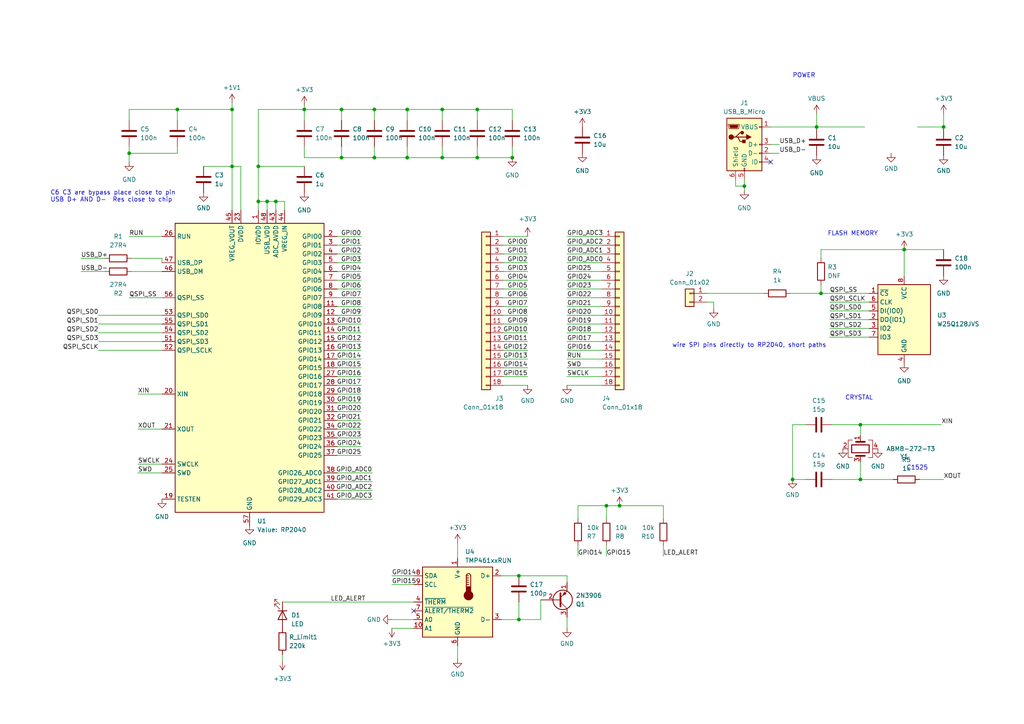
<source format=kicad_sch>
(kicad_sch (version 20230121) (generator eeschema)
  (paper "A4")
  (lib_symbols
    (symbol "Connector:USB_B_Micro" (pin_names (offset 1.016))
      (property "Reference" "J" (at -5.08 11.43 0))
      (property "Value" "USB_B_Micro" (at -5.08 8.89 0))
      (symbol "USB_B_Micro_0_1"
        (rectangle (start -5.08 -7.62) (end 5.08 7.62) (stroke (width 0.254)) (fill (type background)))
        (circle (center -3.81 2.159) (radius 0.635) (stroke (width 0.254)) (fill (type outline)))
        (circle (center -0.635 3.429) (radius 0.381) (stroke (width 0.254)) (fill (type outline)))
        (rectangle (start -0.127 -7.62) (end 0.127 -6.858))
        (polyline (pts (xy -1.905 2.159) (xy 0.635 2.159)) (stroke (width 0.254)))
        (polyline (pts (xy -3.175 2.159) (xy -2.54 2.159) (xy -1.27 3.429) (xy -0.635 3.429)) (stroke (width 0.254)))
        (polyline (pts (xy -2.54 2.159) (xy -1.905 2.159) (xy -1.27 0.889) (xy 0 0.889)) (stroke (width 0.254)))
        (polyline (pts (xy 0.635 2.794) (xy 0.635 1.524) (xy 1.905 2.159) (xy 0.635 2.794)) (stroke (width 0.254)) (fill (type outline)))
        (polyline (pts (xy -4.318 5.588) (xy -1.778 5.588) (xy -2.032 4.826) (xy -4.064 4.826) (xy -4.318 5.588)) (fill (type outline)))
        (polyline (pts (xy -4.699 5.842) (xy -4.699 5.588) (xy -4.445 4.826) (xy -4.445 4.572) (xy -1.651 4.572) (xy -1.651 4.826) (xy -1.397 5.588) (xy -1.397 5.842) (xy -4.699 5.842)))
        (rectangle (start 0.254 1.27) (end -0.508 0.508) (stroke (width 0.254)) (fill (type outline)))
        (rectangle (start 5.08 -5.207) (end 4.318 -4.953))
        (rectangle (start 5.08 -2.667) (end 4.318 -2.413))
        (rectangle (start 5.08 -0.127) (end 4.318 0.127))
        (rectangle (start 5.08 4.953) (end 4.318 5.207))
      )
      (symbol "USB_B_Micro_1_1"
        (pin power_out line (at 7.62 5.08 180) (length 2.54) (name "VBUS") (number "1"))
        (pin bidirectional line (at 7.62 -2.54 180) (length 2.54) (name "D-") (number "2"))
        (pin bidirectional line (at 7.62 0 180) (length 2.54) (name "D+") (number "3"))
        (pin passive line (at 7.62 -5.08 180) (length 2.54) (name "ID") (number "4"))
        (pin power_out line (at 0 -10.16 90) (length 2.54) (name "GND") (number "5"))
        (pin passive line (at -2.54 -10.16 90) (length 2.54) (name "Shield") (number "6"))
      )
    )
    (symbol "Connector_Generic:Conn_01x02" (pin_names (offset 1.016) hide)
      (property "Reference" "J" (at 0 2.54 0))
      (property "Value" "Conn_01x02" (at 0 -5.08 0))
      (symbol "Conn_01x02_1_1"
        (rectangle (start -1.27 -2.413) (end 0 -2.667) (stroke (width 0.1524)))
        (rectangle (start -1.27 0.127) (end 0 -0.127) (stroke (width 0.1524)))
        (rectangle (start -1.27 1.27) (end 1.27 -3.81) (stroke (width 0.254)) (fill (type background)))
        (pin passive line (at -5.08 0 0) (length 3.81) (name "Pin_1") (number "1"))
        (pin passive line (at -5.08 -2.54 0) (length 3.81) (name "Pin_2") (number "2"))
      )
    )
    (symbol "Connector_Generic:Conn_01x18" (pin_names (offset 1.016) hide)
      (property "Reference" "J" (at 0 22.86 0))
      (property "Value" "Conn_01x18" (at 0 -25.4 0))
      (symbol "Conn_01x18_1_1"
        (rectangle (start -1.27 -22.733) (end 0 -22.987) (stroke (width 0.1524)))
        (rectangle (start -1.27 -20.193) (end 0 -20.447) (stroke (width 0.1524)))
        (rectangle (start -1.27 -17.653) (end 0 -17.907) (stroke (width 0.1524)))
        (rectangle (start -1.27 -15.113) (end 0 -15.367) (stroke (width 0.1524)))
        (rectangle (start -1.27 -12.573) (end 0 -12.827) (stroke (width 0.1524)))
        (rectangle (start -1.27 -10.033) (end 0 -10.287) (stroke (width 0.1524)))
        (rectangle (start -1.27 -7.493) (end 0 -7.747) (stroke (width 0.1524)))
        (rectangle (start -1.27 -4.953) (end 0 -5.207) (stroke (width 0.1524)))
        (rectangle (start -1.27 -2.413) (end 0 -2.667) (stroke (width 0.1524)))
        (rectangle (start -1.27 0.127) (end 0 -0.127) (stroke (width 0.1524)))
        (rectangle (start -1.27 2.667) (end 0 2.413) (stroke (width 0.1524)))
        (rectangle (start -1.27 5.207) (end 0 4.953) (stroke (width 0.1524)))
        (rectangle (start -1.27 7.747) (end 0 7.493) (stroke (width 0.1524)))
        (rectangle (start -1.27 10.287) (end 0 10.033) (stroke (width 0.1524)))
        (rectangle (start -1.27 12.827) (end 0 12.573) (stroke (width 0.1524)))
        (rectangle (start -1.27 15.367) (end 0 15.113) (stroke (width 0.1524)))
        (rectangle (start -1.27 17.907) (end 0 17.653) (stroke (width 0.1524)))
        (rectangle (start -1.27 20.447) (end 0 20.193) (stroke (width 0.1524)))
        (rectangle (start -1.27 21.59) (end 1.27 -24.13) (stroke (width 0.254)) (fill (type background)))
        (pin passive line (at -5.08 20.32 0) (length 3.81) (name "Pin_1") (number "1"))
        (pin passive line (at -5.08 -2.54 0) (length 3.81) (name "Pin_10") (number "10"))
        (pin passive line (at -5.08 -5.08 0) (length 3.81) (name "Pin_11") (number "11"))
        (pin passive line (at -5.08 -7.62 0) (length 3.81) (name "Pin_12") (number "12"))
        (pin passive line (at -5.08 -10.16 0) (length 3.81) (name "Pin_13") (number "13"))
        (pin passive line (at -5.08 -12.7 0) (length 3.81) (name "Pin_14") (number "14"))
        (pin passive line (at -5.08 -15.24 0) (length 3.81) (name "Pin_15") (number "15"))
        (pin passive line (at -5.08 -17.78 0) (length 3.81) (name "Pin_16") (number "16"))
        (pin passive line (at -5.08 -20.32 0) (length 3.81) (name "Pin_17") (number "17"))
        (pin passive line (at -5.08 -22.86 0) (length 3.81) (name "Pin_18") (number "18"))
        (pin passive line (at -5.08 17.78 0) (length 3.81) (name "Pin_2") (number "2"))
        (pin passive line (at -5.08 15.24 0) (length 3.81) (name "Pin_3") (number "3"))
        (pin passive line (at -5.08 12.7 0) (length 3.81) (name "Pin_4") (number "4"))
        (pin passive line (at -5.08 10.16 0) (length 3.81) (name "Pin_5") (number "5"))
        (pin passive line (at -5.08 7.62 0) (length 3.81) (name "Pin_6") (number "6"))
        (pin passive line (at -5.08 5.08 0) (length 3.81) (name "Pin_7") (number "7"))
        (pin passive line (at -5.08 2.54 0) (length 3.81) (name "Pin_8") (number "8"))
        (pin passive line (at -5.08 0 0) (length 3.81) (name "Pin_9") (number "9"))
      )
    )
    (symbol "Device:C" (pin_numbers hide) (pin_names (offset 0.254))
      (property "Reference" "C" (at 0.635 2.54 0))
      (property "Value" "C" (at 0.635 -2.54 0))
      (symbol "C_0_1"
        (polyline (pts (xy -2.032 -0.762) (xy 2.032 -0.762)) (stroke (width 0.508)))
        (polyline (pts (xy -2.032 0.762) (xy 2.032 0.762)) (stroke (width 0.508)))
      )
      (symbol "C_1_1"
        (pin passive line (at 0 3.81 270) (length 2.794) (name "~") (number "1"))
        (pin passive line (at 0 -3.81 90) (length 2.794) (name "~") (number "2"))
      )
    )
    (symbol "Device:Crystal_GND24" (pin_names (offset 1.016) hide)
      (property "Reference" "Y" (at 3.175 5.08 0))
      (property "Value" "Crystal_GND24" (at 3.175 3.175 0))
      (symbol "Crystal_GND24_0_1"
        (rectangle (start -1.143 2.54) (end 1.143 -2.54) (stroke (width 0.3048)))
        (polyline (pts (xy -2.54 0) (xy -2.032 0)))
        (polyline (pts (xy -2.032 -1.27) (xy -2.032 1.27)) (stroke (width 0.508)))
        (polyline (pts (xy 0 -3.81) (xy 0 -3.556)))
        (polyline (pts (xy 0 3.556) (xy 0 3.81)))
        (polyline (pts (xy 2.032 -1.27) (xy 2.032 1.27)) (stroke (width 0.508)))
        (polyline (pts (xy 2.032 0) (xy 2.54 0)))
        (polyline (pts (xy -2.54 -2.286) (xy -2.54 -3.556) (xy 2.54 -3.556) (xy 2.54 -2.286)))
        (polyline (pts (xy -2.54 2.286) (xy -2.54 3.556) (xy 2.54 3.556) (xy 2.54 2.286)))
      )
      (symbol "Crystal_GND24_1_1"
        (pin passive line (at -3.81 0 0) (length 1.27) (name "1") (number "1"))
        (pin passive line (at 0 5.08 270) (length 1.27) (name "2") (number "2"))
        (pin passive line (at 3.81 0 180) (length 1.27) (name "3") (number "3"))
        (pin passive line (at 0 -5.08 90) (length 1.27) (name "4") (number "4"))
      )
    )
    (symbol "Device:LED" (pin_numbers hide) (pin_names (offset 1.016) hide)
      (property "Reference" "D" (at 0 2.54 0))
      (property "Value" "LED" (at 0 -2.54 0))
      (symbol "LED_0_1"
        (polyline (pts (xy -1.27 -1.27) (xy -1.27 1.27)) (stroke (width 0.254)))
        (polyline (pts (xy -1.27 0) (xy 1.27 0)))
        (polyline (pts (xy 1.27 -1.27) (xy 1.27 1.27) (xy -1.27 0) (xy 1.27 -1.27)) (stroke (width 0.254)))
        (polyline (pts (xy -3.048 -0.762) (xy -4.572 -2.286) (xy -3.81 -2.286) (xy -4.572 -2.286) (xy -4.572 -1.524)))
        (polyline (pts (xy -1.778 -0.762) (xy -3.302 -2.286) (xy -2.54 -2.286) (xy -3.302 -2.286) (xy -3.302 -1.524)))
      )
      (symbol "LED_1_1"
        (pin passive line (at -3.81 0 0) (length 2.54) (name "K") (number "1"))
        (pin passive line (at 3.81 0 180) (length 2.54) (name "A") (number "2"))
      )
    )
    (symbol "Device:R" (pin_numbers hide) (pin_names (offset 0))
      (property "Reference" "R" (at 2.032 0 90))
      (property "Value" "R" (at 0 0 90))
      (symbol "R_0_1"
        (rectangle (start -1.016 -2.54) (end 1.016 2.54) (stroke (width 0.254)))
      )
      (symbol "R_1_1"
        (pin passive line (at 0 3.81 270) (length 1.27) (name "~") (number "1"))
        (pin passive line (at 0 -3.81 90) (length 1.27) (name "~") (number "2"))
      )
    )
    (symbol "MCU_RaspberryPi:RP2040"
      (property "Reference" "U" (at 17.78 45.72 0))
      (property "Value" "RP2040" (at 17.78 43.18 0))
      (symbol "RP2040_0_1"
        (rectangle (start -21.59 41.91) (end 21.59 -41.91) (stroke (width 0.254)) (fill (type background)))
      )
      (symbol "RP2040_1_1"
        (pin power_in line (at 2.54 45.72 270) (length 3.81) (name "IOVDD") (number "1"))
        (pin passive line (at 2.54 45.72 270) (length 3.81) hide (name "IOVDD") (number "10"))
        (pin bidirectional line (at 25.4 17.78 180) (length 3.81) (name "GPIO8") (number "11"))
        (pin bidirectional line (at 25.4 15.24 180) (length 3.81) (name "GPIO9") (number "12"))
        (pin bidirectional line (at 25.4 12.7 180) (length 3.81) (name "GPIO10") (number "13"))
        (pin bidirectional line (at 25.4 10.16 180) (length 3.81) (name "GPIO11") (number "14"))
        (pin bidirectional line (at 25.4 7.62 180) (length 3.81) (name "GPIO12") (number "15"))
        (pin bidirectional line (at 25.4 5.08 180) (length 3.81) (name "GPIO13") (number "16"))
        (pin bidirectional line (at 25.4 2.54 180) (length 3.81) (name "GPIO14") (number "17"))
        (pin bidirectional line (at 25.4 0 180) (length 3.81) (name "GPIO15") (number "18"))
        (pin input line (at -25.4 -38.1 0) (length 3.81) (name "TESTEN") (number "19"))
        (pin bidirectional line (at 25.4 38.1 180) (length 3.81) (name "GPIO0") (number "2"))
        (pin input line (at -25.4 -7.62 0) (length 3.81) (name "XIN") (number "20"))
        (pin passive line (at -25.4 -17.78 0) (length 3.81) (name "XOUT") (number "21"))
        (pin passive line (at 2.54 45.72 270) (length 3.81) hide (name "IOVDD") (number "22"))
        (pin power_in line (at -2.54 45.72 270) (length 3.81) (name "DVDD") (number "23"))
        (pin input line (at -25.4 -27.94 0) (length 3.81) (name "SWCLK") (number "24"))
        (pin bidirectional line (at -25.4 -30.48 0) (length 3.81) (name "SWD") (number "25"))
        (pin input line (at -25.4 38.1 0) (length 3.81) (name "RUN") (number "26"))
        (pin bidirectional line (at 25.4 -2.54 180) (length 3.81) (name "GPIO16") (number "27"))
        (pin bidirectional line (at 25.4 -5.08 180) (length 3.81) (name "GPIO17") (number "28"))
        (pin bidirectional line (at 25.4 -7.62 180) (length 3.81) (name "GPIO18") (number "29"))
        (pin bidirectional line (at 25.4 35.56 180) (length 3.81) (name "GPIO1") (number "3"))
        (pin bidirectional line (at 25.4 -10.16 180) (length 3.81) (name "GPIO19") (number "30"))
        (pin bidirectional line (at 25.4 -12.7 180) (length 3.81) (name "GPIO20") (number "31"))
        (pin bidirectional line (at 25.4 -15.24 180) (length 3.81) (name "GPIO21") (number "32"))
        (pin passive line (at 2.54 45.72 270) (length 3.81) hide (name "IOVDD") (number "33"))
        (pin bidirectional line (at 25.4 -17.78 180) (length 3.81) (name "GPIO22") (number "34"))
        (pin bidirectional line (at 25.4 -20.32 180) (length 3.81) (name "GPIO23") (number "35"))
        (pin bidirectional line (at 25.4 -22.86 180) (length 3.81) (name "GPIO24") (number "36"))
        (pin bidirectional line (at 25.4 -25.4 180) (length 3.81) (name "GPIO25") (number "37"))
        (pin bidirectional line (at 25.4 -30.48 180) (length 3.81) (name "GPIO26_ADC0") (number "38"))
        (pin bidirectional line (at 25.4 -33.02 180) (length 3.81) (name "GPIO27_ADC1") (number "39"))
        (pin bidirectional line (at 25.4 33.02 180) (length 3.81) (name "GPIO2") (number "4"))
        (pin bidirectional line (at 25.4 -35.56 180) (length 3.81) (name "GPIO28_ADC2") (number "40"))
        (pin bidirectional line (at 25.4 -38.1 180) (length 3.81) (name "GPIO29_ADC3") (number "41"))
        (pin passive line (at 2.54 45.72 270) (length 3.81) hide (name "IOVDD") (number "42"))
        (pin power_in line (at 7.62 45.72 270) (length 3.81) (name "ADC_AVDD") (number "43"))
        (pin power_in line (at 10.16 45.72 270) (length 3.81) (name "VREG_IN") (number "44"))
        (pin power_out line (at -5.08 45.72 270) (length 3.81) (name "VREG_VOUT") (number "45"))
        (pin bidirectional line (at -25.4 27.94 0) (length 3.81) (name "USB_DM") (number "46"))
        (pin bidirectional line (at -25.4 30.48 0) (length 3.81) (name "USB_DP") (number "47"))
        (pin power_in line (at 5.08 45.72 270) (length 3.81) (name "USB_VDD") (number "48"))
        (pin passive line (at 2.54 45.72 270) (length 3.81) hide (name "IOVDD") (number "49"))
        (pin bidirectional line (at 25.4 30.48 180) (length 3.81) (name "GPIO3") (number "5"))
        (pin passive line (at -2.54 45.72 270) (length 3.81) hide (name "DVDD") (number "50"))
        (pin bidirectional line (at -25.4 7.62 0) (length 3.81) (name "QSPI_SD3") (number "51"))
        (pin output line (at -25.4 5.08 0) (length 3.81) (name "QSPI_SCLK") (number "52"))
        (pin bidirectional line (at -25.4 15.24 0) (length 3.81) (name "QSPI_SD0") (number "53"))
        (pin bidirectional line (at -25.4 10.16 0) (length 3.81) (name "QSPI_SD2") (number "54"))
        (pin bidirectional line (at -25.4 12.7 0) (length 3.81) (name "QSPI_SD1") (number "55"))
        (pin bidirectional line (at -25.4 20.32 0) (length 3.81) (name "QSPI_SS") (number "56"))
        (pin power_in line (at 0 -45.72 90) (length 3.81) (name "GND") (number "57"))
        (pin bidirectional line (at 25.4 27.94 180) (length 3.81) (name "GPIO4") (number "6"))
        (pin bidirectional line (at 25.4 25.4 180) (length 3.81) (name "GPIO5") (number "7"))
        (pin bidirectional line (at 25.4 22.86 180) (length 3.81) (name "GPIO6") (number "8"))
        (pin bidirectional line (at 25.4 20.32 180) (length 3.81) (name "GPIO7") (number "9"))
      )
    )
    (symbol "Mechanical:MountingHole" (pin_names (offset 1.016))
      (property "Reference" "H" (at 0 5.08 0))
      (property "Value" "MountingHole" (at 0 3.175 0))
      (symbol "MountingHole_0_1"
        (circle (center 0 0) (radius 1.27) (stroke (width 1.27)))
      )
    )
    (symbol "Memory_Flash:W25Q128JVS"
      (property "Reference" "U" (at -8.89 8.89 0))
      (property "Value" "W25Q128JVS" (at 7.62 8.89 0))
      (symbol "W25Q128JVS_0_1"
        (rectangle (start -7.62 10.16) (end 7.62 -10.16) (stroke (width 0.254)) (fill (type background)))
      )
      (symbol "W25Q128JVS_1_1"
        (pin input line (at -10.16 7.62 0) (length 2.54) (name "~{CS}") (number "1"))
        (pin bidirectional line (at -10.16 0 0) (length 2.54) (name "DO(IO1)") (number "2"))
        (pin bidirectional line (at -10.16 -2.54 0) (length 2.54) (name "IO2") (number "3"))
        (pin power_in line (at 0 -12.7 90) (length 2.54) (name "GND") (number "4"))
        (pin bidirectional line (at -10.16 2.54 0) (length 2.54) (name "DI(IO0)") (number "5"))
        (pin input line (at -10.16 5.08 0) (length 2.54) (name "CLK") (number "6"))
        (pin bidirectional line (at -10.16 -5.08 0) (length 2.54) (name "IO3") (number "7"))
        (pin power_in line (at 0 12.7 270) (length 2.54) (name "VCC") (number "8"))
      )
    )
    (symbol "Regulator_Linear:NCP1117-3.3_SOT223"
      (property "Reference" "U" (at -3.81 3.175 0))
      (property "Value" "NCP1117-3.3_SOT223" (at 0 3.175 0))
      (symbol "NCP1117-3.3_SOT223_0_1"
        (rectangle (start -5.08 -5.08) (end 5.08 1.905) (stroke (width 0.254)) (fill (type background)))
      )
      (symbol "NCP1117-3.3_SOT223_1_1"
        (pin power_in line (at 0 -7.62 90) (length 2.54) (name "GND") (number "1"))
        (pin power_out line (at 7.62 0 180) (length 2.54) (name "VO") (number "2"))
        (pin power_in line (at -7.62 0 0) (length 2.54) (name "VI") (number "3"))
      )
    )
    (symbol "Sensor_Temperature:TMP461xxRUN"
      (property "Reference" "U" (at -10.16 11.43 0))
      (property "Value" "TMP461xxRUN" (at 2.54 11.43 0))
      (symbol "TMP461xxRUN_0_1"
        (rectangle (start -10.16 10.16) (end 10.16 -10.16) (stroke (width 0.254)) (fill (type background)))
      )
      (symbol "TMP461xxRUN_1_1"
        (polyline (pts (xy 2.54 5.08) (xy 3.175 5.08)) (stroke (width 0.254)))
        (polyline (pts (xy 2.54 5.715) (xy 3.175 5.715)) (stroke (width 0.254)))
        (polyline (pts (xy 2.54 6.35) (xy 3.175 6.35)) (stroke (width 0.254)))
        (polyline (pts (xy 2.54 6.985) (xy 3.175 6.985)) (stroke (width 0.254)))
        (polyline (pts (xy 2.54 7.62) (xy 2.54 4.445)) (stroke (width 0.254)))
        (polyline (pts (xy 2.54 7.62) (xy 3.175 7.62)) (stroke (width 0.254)))
        (polyline (pts (xy 3.81 7.62) (xy 3.81 4.445)) (stroke (width 0.254)))
        (circle (center 3.175 1.905) (radius 1.27) (stroke (width 0.254)) (fill (type outline)))
        (rectangle (start 3.81 2.54) (end 2.54 4.445) (stroke (width 0.254)) (fill (type outline)))
        (arc (start 3.81 7.62) (mid 3.175 8.2523) (end 2.54 7.62) (stroke (width 0.254)))
        (pin power_in line (at 0 12.7 270) (length 2.54) (name "V+") (number "1"))
        (pin passive line (at -12.7 -7.62 0) (length 2.54) (name "A1") (number "10"))
        (pin passive line (at 12.7 7.62 180) (length 2.54) (name "D+") (number "2"))
        (pin passive line (at 12.7 -5.08 180) (length 2.54) (name "D-") (number "3"))
        (pin open_collector line (at -12.7 0 0) (length 2.54) (name "~{THERM}") (number "4"))
        (pin passive line (at -12.7 -5.08 0) (length 2.54) (name "A0") (number "5"))
        (pin power_in line (at 0 -12.7 90) (length 2.54) (name "GND") (number "6"))
        (pin open_collector line (at -12.7 -2.54 0) (length 2.54) (name "~{ALERT/THERM2}") (number "7"))
        (pin bidirectional line (at -12.7 7.62 0) (length 2.54) (name "SDA") (number "8"))
        (pin input line (at -12.7 5.08 0) (length 2.54) (name "SCL") (number "9"))
      )
    )
    (symbol "Transistor_BJT:2N3906" (pin_names (offset 0) hide)
      (property "Reference" "Q" (at 5.08 1.905 0))
      (property "Value" "2N3906" (at 5.08 0 0))
      (symbol "2N3906_0_1"
        (polyline (pts (xy 0.635 0.635) (xy 2.54 2.54)))
        (polyline (pts (xy 0.635 -0.635) (xy 2.54 -2.54) (xy 2.54 -2.54)))
        (polyline (pts (xy 0.635 1.905) (xy 0.635 -1.905) (xy 0.635 -1.905)) (stroke (width 0.508)))
        (polyline (pts (xy 2.286 -1.778) (xy 1.778 -2.286) (xy 1.27 -1.27) (xy 2.286 -1.778) (xy 2.286 -1.778)) (fill (type outline)))
        (circle (center 1.27 0) (radius 2.8194) (stroke (width 0.254)))
      )
      (symbol "2N3906_1_1"
        (pin passive line (at 2.54 -5.08 90) (length 2.54) (name "E") (number "1"))
        (pin input line (at -5.08 0 0) (length 5.715) (name "B") (number "2"))
        (pin passive line (at 2.54 5.08 270) (length 2.54) (name "C") (number "3"))
      )
    )
    (symbol "power:+1V1" (power) (pin_names (offset 0))
      (property "Value" "+1V1" (at 0 3.556 0))
      (symbol "+1V1_0_1"
        (polyline (pts (xy -0.762 1.27) (xy 0 2.54)))
        (polyline (pts (xy 0 0) (xy 0 2.54)))
        (polyline (pts (xy 0 2.54) (xy 0.762 1.27)))
      )
      (symbol "+1V1_1_1"
        (pin power_in line (at 0 0 90) (length 0) hide (name "+1V1") (number "1"))
      )
    )
    (symbol "power:+3V3" (power) (pin_names (offset 0))
      (property "Value" "+3V3" (at 0 3.556 0))
      (symbol "+3V3_0_1"
        (polyline (pts (xy -0.762 1.27) (xy 0 2.54)))
        (polyline (pts (xy 0 0) (xy 0 2.54)))
        (polyline (pts (xy 0 2.54) (xy 0.762 1.27)))
      )
      (symbol "+3V3_1_1"
        (pin power_in line (at 0 0 90) (length 0) hide (name "+3V3") (number "1"))
      )
    )
    (symbol "power:GND" (power) (pin_names (offset 0))
      (property "Value" "GND" (at 0 -3.81 0))
      (symbol "GND_0_1"
        (polyline (pts (xy 0 0) (xy 0 -1.27) (xy 1.27 -1.27) (xy 0 -2.54) (xy -1.27 -1.27) (xy 0 -1.27)))
      )
      (symbol "GND_1_1"
        (pin power_in line (at 0 0 270) (length 0) hide (name "GND") (number "1"))
      )
    )
    (symbol "power:VBUS" (power) (pin_names (offset 0))
      (property "Value" "VBUS" (at 0 3.81 0))
      (symbol "VBUS_0_1"
        (polyline (pts (xy -0.762 1.27) (xy 0 2.54)))
        (polyline (pts (xy 0 0) (xy 0 2.54)))
        (polyline (pts (xy 0 2.54) (xy 0.762 1.27)))
      )
      (symbol "VBUS_1_1"
        (pin power_in line (at 0 0 90) (length 0) hide (name "VBUS") (number "1"))
      )
    )
  )
  (junction (at 77.47 58.42))
  (junction (at 80.01 58.42))
  (junction (at 150.495 167.005))
  (junction (at 179.705 146.685))
  (junction (at 273.685 36.83))
  (junction (at 215.9 53.975))
  (junction (at 108.585 45.72))
  (junction (at 128.27 31.75))
  (junction (at 99.06 31.75))
  (junction (at 118.11 31.75))
  (junction (at 148.59 45.72))
  (junction (at 128.27 45.72))
  (junction (at 67.31 31.75))
  (junction (at 51.435 31.75))
  (junction (at 138.43 45.72))
  (junction (at 74.93 48.26))
  (junction (at 108.585 31.75))
  (junction (at 118.11 45.72))
  (junction (at 238.125 85.09))
  (junction (at 99.06 45.72))
  (junction (at 138.43 31.75))
  (junction (at 249.555 139.065))
  (junction (at 249.555 123.19))
  (junction (at 67.31 48.26))
  (junction (at 262.255 72.39))
  (junction (at 236.855 36.83))
  (junction (at 229.87 139.065))
  (junction (at 150.495 179.705))
  (junction (at 74.93 58.42))
  (junction (at 88.265 31.75))
  (junction (at 37.465 44.45))
  (junction (at 175.895 146.685))
  (no_connect (at 223.52 46.99))
  (no_connect (at 120.015 177.165))
  (wire (pts (xy 51.435 42.545) (xy 51.435 44.45)))
  (wire (pts (xy 99.06 45.72) (xy 108.585 45.72)))
  (wire (pts (xy 240.665 97.79) (xy 252.095 97.79)))
  (wire (pts (xy 108.585 45.72) (xy 118.11 45.72)))
  (wire (pts (xy 77.47 58.42) (xy 80.01 58.42)))
  (wire (pts (xy 107.95 137.16) (xy 97.79 137.16)))
  (wire (pts (xy 113.665 167.005) (xy 120.015 167.005)))
  (wire (pts (xy 153.035 71.12) (xy 146.05 71.12)))
  (wire (pts (xy 40.005 137.16) (xy 46.99 137.16)))
  (wire (pts (xy 164.465 71.12) (xy 174.625 71.12)))
  (wire (pts (xy 28.575 93.98) (xy 46.99 93.98)))
  (wire (pts (xy 223.52 41.91) (xy 226.06 41.91)))
  (wire (pts (xy 153.035 81.28) (xy 146.05 81.28)))
  (wire (pts (xy 240.665 87.63) (xy 252.095 87.63)))
  (wire (pts (xy 74.93 48.26) (xy 74.93 58.42)))
  (wire (pts (xy 164.465 78.74) (xy 174.625 78.74)))
  (wire (pts (xy 164.465 111.76) (xy 174.625 111.76)))
  (wire (pts (xy 164.465 99.06) (xy 174.625 99.06)))
  (wire (pts (xy 113.665 182.245) (xy 120.015 182.245)))
  (wire (pts (xy 128.27 42.545) (xy 128.27 45.72)))
  (wire (pts (xy 273.685 72.39) (xy 262.255 72.39)))
  (wire (pts (xy 37.465 68.58) (xy 46.99 68.58)))
  (wire (pts (xy 104.775 96.52) (xy 97.79 96.52)))
  (wire (pts (xy 164.465 96.52) (xy 174.625 96.52)))
  (wire (pts (xy 164.465 76.2) (xy 174.625 76.2)))
  (wire (pts (xy 262.255 72.39) (xy 238.125 72.39)))
  (wire (pts (xy 167.64 158.115) (xy 167.64 161.29)))
  (wire (pts (xy 38.1 78.74) (xy 46.99 78.74)))
  (wire (pts (xy 240.665 92.71) (xy 252.095 92.71)))
  (wire (pts (xy 104.775 91.44) (xy 97.79 91.44)))
  (wire (pts (xy 81.915 174.625) (xy 120.015 174.625)))
  (wire (pts (xy 104.775 76.2) (xy 97.79 76.2)))
  (wire (pts (xy 104.775 99.06) (xy 97.79 99.06)))
  (wire (pts (xy 145.415 179.705) (xy 150.495 179.705)))
  (wire (pts (xy 104.775 104.14) (xy 97.79 104.14)))
  (wire (pts (xy 153.035 96.52) (xy 146.05 96.52)))
  (wire (pts (xy 205.105 85.09) (xy 221.615 85.09)))
  (wire (pts (xy 138.43 31.75) (xy 138.43 34.925)))
  (wire (pts (xy 80.01 60.96) (xy 80.01 58.42)))
  (wire (pts (xy 229.87 139.065) (xy 229.87 123.19)))
  (wire (pts (xy 67.31 31.75) (xy 67.31 48.26)))
  (wire (pts (xy 88.265 45.72) (xy 88.265 42.545)))
  (wire (pts (xy 74.93 31.75) (xy 74.93 48.26)))
  (wire (pts (xy 148.59 42.545) (xy 148.59 45.72)))
  (wire (pts (xy 46.99 74.93) (xy 38.1 74.93)))
  (wire (pts (xy 164.465 88.9) (xy 174.625 88.9)))
  (wire (pts (xy 77.47 60.96) (xy 77.47 58.42)))
  (wire (pts (xy 104.775 129.54) (xy 97.79 129.54)))
  (wire (pts (xy 74.93 58.42) (xy 77.47 58.42)))
  (wire (pts (xy 37.465 31.75) (xy 37.465 34.925)))
  (wire (pts (xy 46.99 76.2) (xy 46.99 74.93)))
  (wire (pts (xy 164.465 81.28) (xy 174.625 81.28)))
  (wire (pts (xy 107.95 142.24) (xy 97.79 142.24)))
  (wire (pts (xy 104.775 119.38) (xy 97.79 119.38)))
  (wire (pts (xy 146.05 91.44) (xy 153.035 91.44)))
  (wire (pts (xy 153.035 93.98) (xy 146.05 93.98)))
  (wire (pts (xy 118.11 42.545) (xy 118.11 45.72)))
  (wire (pts (xy 238.125 85.09) (xy 252.095 85.09)))
  (wire (pts (xy 236.855 37.465) (xy 236.855 36.83)))
  (wire (pts (xy 69.85 48.26) (xy 67.31 48.26)))
  (wire (pts (xy 150.495 174.625) (xy 150.495 179.705)))
  (wire (pts (xy 238.125 72.39) (xy 238.125 74.93)))
  (wire (pts (xy 164.465 73.66) (xy 174.625 73.66)))
  (wire (pts (xy 205.105 87.63) (xy 207.01 87.63)))
  (wire (pts (xy 104.775 132.08) (xy 97.79 132.08)))
  (wire (pts (xy 128.27 45.72) (xy 138.43 45.72)))
  (wire (pts (xy 153.035 101.6) (xy 146.05 101.6)))
  (wire (pts (xy 273.685 33.02) (xy 273.685 36.83)))
  (wire (pts (xy 229.235 85.09) (xy 238.125 85.09)))
  (wire (pts (xy 37.465 44.45) (xy 51.435 44.45)))
  (wire (pts (xy 59.055 48.26) (xy 67.31 48.26)))
  (wire (pts (xy 28.575 101.6) (xy 46.99 101.6)))
  (wire (pts (xy 175.895 146.685) (xy 179.705 146.685)))
  (wire (pts (xy 104.775 106.68) (xy 97.79 106.68)))
  (wire (pts (xy 67.31 31.75) (xy 51.435 31.75)))
  (wire (pts (xy 148.59 31.75) (xy 138.43 31.75)))
  (wire (pts (xy 104.775 121.92) (xy 97.79 121.92)))
  (wire (pts (xy 164.465 109.22) (xy 174.625 109.22)))
  (wire (pts (xy 167.64 150.495) (xy 167.64 146.685)))
  (wire (pts (xy 99.06 31.75) (xy 88.265 31.75)))
  (wire (pts (xy 88.265 31.75) (xy 74.93 31.75)))
  (wire (pts (xy 99.06 42.545) (xy 99.06 45.72)))
  (wire (pts (xy 138.43 42.545) (xy 138.43 45.72)))
  (wire (pts (xy 74.93 48.26) (xy 88.265 48.26)))
  (wire (pts (xy 40.005 134.62) (xy 46.99 134.62)))
  (wire (pts (xy 164.465 101.6) (xy 174.625 101.6)))
  (wire (pts (xy 104.775 124.46) (xy 97.79 124.46)))
  (wire (pts (xy 153.035 109.22) (xy 146.05 109.22)))
  (wire (pts (xy 179.705 146.685) (xy 192.405 146.685)))
  (wire (pts (xy 113.665 169.545) (xy 120.015 169.545)))
  (wire (pts (xy 74.93 58.42) (xy 74.93 60.96)))
  (wire (pts (xy 104.775 73.66) (xy 97.79 73.66)))
  (wire (pts (xy 118.11 31.75) (xy 118.11 34.925)))
  (wire (pts (xy 28.575 99.06) (xy 46.99 99.06)))
  (wire (pts (xy 132.715 157.48) (xy 132.715 161.925)))
  (wire (pts (xy 249.555 139.065) (xy 259.08 139.065)))
  (wire (pts (xy 233.68 139.065) (xy 229.87 139.065)))
  (wire (pts (xy 28.575 96.52) (xy 46.99 96.52)))
  (wire (pts (xy 108.585 42.545) (xy 108.585 45.72)))
  (wire (pts (xy 104.775 81.28) (xy 97.79 81.28)))
  (wire (pts (xy 88.265 31.75) (xy 88.265 34.925)))
  (wire (pts (xy 153.035 83.82) (xy 146.05 83.82)))
  (wire (pts (xy 104.775 101.6) (xy 97.79 101.6)))
  (wire (pts (xy 88.265 30.48) (xy 88.265 31.75)))
  (wire (pts (xy 128.27 31.75) (xy 118.11 31.75)))
  (wire (pts (xy 153.035 88.9) (xy 146.05 88.9)))
  (wire (pts (xy 80.01 58.42) (xy 82.55 58.42)))
  (wire (pts (xy 153.035 78.74) (xy 146.05 78.74)))
  (wire (pts (xy 215.9 52.07) (xy 215.9 53.975)))
  (wire (pts (xy 273.685 36.83) (xy 273.685 37.465)))
  (wire (pts (xy 37.465 86.36) (xy 46.99 86.36)))
  (wire (pts (xy 104.775 109.22) (xy 97.79 109.22)))
  (wire (pts (xy 104.775 111.76) (xy 97.79 111.76)))
  (wire (pts (xy 175.895 150.495) (xy 175.895 146.685)))
  (wire (pts (xy 164.465 106.68) (xy 174.625 106.68)))
  (wire (pts (xy 148.59 34.925) (xy 148.59 31.75)))
  (wire (pts (xy 97.79 88.9) (xy 104.775 88.9)))
  (wire (pts (xy 81.915 189.865) (xy 81.915 191.77)))
  (wire (pts (xy 153.035 99.06) (xy 146.05 99.06)))
  (wire (pts (xy 40.005 124.46) (xy 46.99 124.46)))
  (wire (pts (xy 104.775 127) (xy 97.79 127)))
  (wire (pts (xy 67.31 29.845) (xy 67.31 31.75)))
  (wire (pts (xy 138.43 31.75) (xy 128.27 31.75)))
  (wire (pts (xy 128.27 31.75) (xy 128.27 34.925)))
  (wire (pts (xy 104.775 86.36) (xy 97.79 86.36)))
  (wire (pts (xy 164.465 179.07) (xy 164.465 182.245)))
  (wire (pts (xy 164.465 167.005) (xy 150.495 167.005)))
  (wire (pts (xy 104.775 116.84) (xy 97.79 116.84)))
  (wire (pts (xy 249.555 126.365) (xy 249.555 123.19)))
  (wire (pts (xy 107.95 144.78) (xy 97.79 144.78)))
  (wire (pts (xy 192.405 146.685) (xy 192.405 150.495)))
  (wire (pts (xy 104.775 68.58) (xy 97.79 68.58)))
  (wire (pts (xy 51.435 31.75) (xy 37.465 31.75)))
  (wire (pts (xy 229.87 123.19) (xy 233.68 123.19)))
  (wire (pts (xy 164.465 86.36) (xy 174.625 86.36)))
  (wire (pts (xy 118.11 31.75) (xy 108.585 31.75)))
  (wire (pts (xy 266.065 36.83) (xy 273.685 36.83)))
  (wire (pts (xy 107.95 139.7) (xy 97.79 139.7)))
  (wire (pts (xy 104.775 83.82) (xy 97.79 83.82)))
  (wire (pts (xy 240.665 90.17) (xy 252.095 90.17)))
  (wire (pts (xy 240.665 95.25) (xy 252.095 95.25)))
  (wire (pts (xy 238.125 82.55) (xy 238.125 85.09)))
  (wire (pts (xy 37.465 44.45) (xy 37.465 46.99)))
  (wire (pts (xy 150.495 167.005) (xy 145.415 167.005)))
  (wire (pts (xy 249.555 133.985) (xy 249.555 139.065)))
  (wire (pts (xy 156.845 179.705) (xy 156.845 173.99)))
  (wire (pts (xy 262.255 72.39) (xy 262.255 80.01)))
  (wire (pts (xy 164.465 168.91) (xy 164.465 167.005)))
  (wire (pts (xy 146.05 68.58) (xy 153.035 68.58)))
  (wire (pts (xy 215.9 53.975) (xy 215.9 55.245)))
  (wire (pts (xy 51.435 34.925) (xy 51.435 31.75)))
  (wire (pts (xy 40.005 114.3) (xy 46.99 114.3)))
  (wire (pts (xy 164.465 83.82) (xy 174.625 83.82)))
  (wire (pts (xy 108.585 31.75) (xy 99.06 31.75)))
  (wire (pts (xy 153.035 73.66) (xy 146.05 73.66)))
  (wire (pts (xy 192.405 158.115) (xy 192.405 161.29)))
  (wire (pts (xy 207.01 87.63) (xy 207.01 89.535)))
  (wire (pts (xy 132.715 187.325) (xy 132.715 191.135)))
  (wire (pts (xy 236.855 36.83) (xy 250.825 36.83)))
  (wire (pts (xy 28.575 91.44) (xy 46.99 91.44)))
  (wire (pts (xy 213.36 53.975) (xy 213.36 52.07)))
  (wire (pts (xy 153.035 86.36) (xy 146.05 86.36)))
  (wire (pts (xy 146.05 111.76) (xy 153.035 111.76)))
  (wire (pts (xy 118.11 45.72) (xy 128.27 45.72)))
  (wire (pts (xy 99.06 45.72) (xy 88.265 45.72)))
  (wire (pts (xy 104.775 93.98) (xy 97.79 93.98)))
  (wire (pts (xy 241.3 139.065) (xy 249.555 139.065)))
  (wire (pts (xy 223.52 36.83) (xy 236.855 36.83)))
  (wire (pts (xy 99.06 31.75) (xy 99.06 34.925)))
  (wire (pts (xy 164.465 104.14) (xy 174.625 104.14)))
  (wire (pts (xy 153.035 76.2) (xy 146.05 76.2)))
  (wire (pts (xy 150.495 179.705) (xy 156.845 179.705)))
  (wire (pts (xy 37.465 42.545) (xy 37.465 44.45)))
  (wire (pts (xy 215.9 53.975) (xy 213.36 53.975)))
  (wire (pts (xy 153.035 104.14) (xy 146.05 104.14)))
  (wire (pts (xy 23.495 74.93) (xy 30.48 74.93)))
  (wire (pts (xy 108.585 31.75) (xy 108.585 34.925)))
  (wire (pts (xy 164.465 93.98) (xy 174.625 93.98)))
  (wire (pts (xy 104.775 78.74) (xy 97.79 78.74)))
  (wire (pts (xy 266.7 139.065) (xy 273.685 139.065)))
  (wire (pts (xy 164.465 91.44) (xy 174.625 91.44)))
  (wire (pts (xy 23.495 78.74) (xy 30.48 78.74)))
  (wire (pts (xy 249.555 123.19) (xy 241.3 123.19)))
  (wire (pts (xy 153.035 106.68) (xy 146.05 106.68)))
  (wire (pts (xy 236.855 33.02) (xy 236.855 36.83)))
  (wire (pts (xy 67.31 60.96) (xy 67.31 48.26)))
  (wire (pts (xy 113.665 179.705) (xy 120.015 179.705)))
  (wire (pts (xy 175.895 158.115) (xy 175.895 161.29)))
  (wire (pts (xy 223.52 44.45) (xy 226.06 44.45)))
  (wire (pts (xy 249.555 123.19) (xy 273.05 123.19)))
  (wire (pts (xy 104.775 114.3) (xy 97.79 114.3)))
  (wire (pts (xy 167.64 146.685) (xy 175.895 146.685)))
  (wire (pts (xy 82.55 60.96) (xy 82.55 58.42)))
  (wire (pts (xy 69.85 60.96) (xy 69.85 48.26)))
  (wire (pts (xy 104.775 71.12) (xy 97.79 71.12)))
  (wire (pts (xy 164.465 68.58) (xy 174.625 68.58)))
  (wire (pts (xy 138.43 45.72) (xy 148.59 45.72)))
  (text "POWER\n\n" (at 229.87 24.765 0) (effects (font (size 1.27 1.27)) (justify left bottom)))
  (text "FLASH MEMORY\n" (at 240.03 68.58 0) (effects (font (size 1.27 1.27)) (justify left bottom)))
  (text "C1525" (at 262.89 136.525 0) (effects (font (size 1.27 1.27)) (justify left bottom)))
  (text "CRYSTAL" (at 245.11 116.205 0) (effects (font (size 1.27 1.27)) (justify left bottom)))
  (text "wire SPI pins directly to RP2040, short paths\n" (at 194.945 100.965 0) (effects (font (size 1.27 1.27)) (justify left bottom)))
  (text "C6 C3 are bypass place close to pin\nUSB D+ AND D-  Res close to chip\n\n\n" (at 14.605 62.865 0) (effects (font (size 1.27 1.27)) (justify left bottom)))
  (label "GPIO3" (at 153.035 78.74 180))
  (label "GPIO25" (at 104.775 132.08 180))
  (label "GPIO15" (at 153.035 109.22 180))
  (label "GPIO15" (at 175.895 161.29 0))
  (label "GPIO11" (at 153.035 99.06 180))
  (label "GPIO_ADC0" (at 164.465 76.2 0))
  (label "GPIO12" (at 104.775 99.06 180))
  (label "GPIO16" (at 164.465 101.6 0))
  (label "QSPI_SD3" (at 28.575 99.06 180))
  (label "GPIO1" (at 153.035 73.66 180))
  (label "GPIO19" (at 104.775 116.84 180))
  (label "GPIO22" (at 164.465 86.36 0))
  (label "SWD" (at 164.465 106.68 0))
  (label "QSPI_SCLK" (at 28.575 101.6 180))
  (label "GPIO_ADC3" (at 107.95 144.78 180))
  (label "USB_D-" (at 226.06 44.45 0))
  (label "LED_ALERT" (at 95.885 174.625 0))
  (label "GPIO21" (at 164.465 88.9 0))
  (label "GPIO10" (at 104.775 93.98 180))
  (label "USB_D+" (at 226.06 41.91 0))
  (label "GPIO24" (at 104.775 129.54 180))
  (label "GPIO8" (at 153.035 91.44 180))
  (label "GPIO14" (at 153.035 106.68 180))
  (label "GPIO17" (at 104.775 111.76 180))
  (label "GPIO19" (at 164.465 93.98 0))
  (label "GPIO15" (at 104.775 106.68 180))
  (label "QSPI_SD0" (at 240.665 90.17 0))
  (label "QSPI_SD1" (at 240.665 92.71 0))
  (label "USB_D-" (at 23.495 78.74 0))
  (label "RUN" (at 37.465 68.58 0))
  (label "GPIO14" (at 104.775 104.14 180))
  (label "GPIO_ADC2" (at 107.95 142.24 180))
  (label "GPIO14" (at 113.665 167.005 0))
  (label "GPIO18" (at 104.775 114.3 180))
  (label "GPIO7" (at 153.035 88.9 180))
  (label "GPIO3" (at 104.775 76.2 180))
  (label "GPIO9" (at 104.775 91.44 180))
  (label "GPIO2" (at 153.035 76.2 180))
  (label "QSPI_SD1" (at 28.575 93.98 180))
  (label "GPIO5" (at 153.035 83.82 180))
  (label "QSPI_SD2" (at 240.665 95.25 0))
  (label "QSPI_SS" (at 240.665 85.09 0))
  (label "GPIO_ADC1" (at 164.465 73.66 0))
  (label "XOUT" (at 40.005 124.46 0))
  (label "GPIO7" (at 104.775 86.36 180))
  (label "GPIO1" (at 104.775 71.12 180))
  (label "GPIO0" (at 104.775 68.58 180))
  (label "GPIO4" (at 153.035 81.28 180))
  (label "GPIO16" (at 104.775 109.22 180))
  (label "GPIO4" (at 104.775 78.74 180))
  (label "QSPI_SS" (at 37.465 86.36 0))
  (label "GPIO9" (at 153.035 93.98 180))
  (label "GPIO24" (at 164.465 81.28 0))
  (label "GPIO13" (at 153.035 104.14 180))
  (label "LED_ALERT" (at 192.405 161.29 0))
  (label "GPIO0" (at 153.035 71.12 180))
  (label "GPIO5" (at 104.775 81.28 180))
  (label "QSPI_SD2" (at 28.575 96.52 180))
  (label "GPIO23" (at 104.775 127 180))
  (label "GPIO8" (at 104.775 88.9 180))
  (label "GPIO13" (at 104.775 101.6 180))
  (label "GPIO22" (at 104.775 124.46 180))
  (label "GPIO14" (at 167.64 161.29 0))
  (label "GPIO6" (at 153.035 86.36 180))
  (label "GPIO20" (at 104.775 119.38 180))
  (label "SWCLK" (at 164.465 109.22 0))
  (label "QSPI_SD0" (at 28.575 91.44 180))
  (label "GPIO25" (at 164.465 78.74 0))
  (label "XOUT" (at 273.685 139.065 0))
  (label "SWD" (at 40.005 137.16 0))
  (label "GPIO_ADC2" (at 164.465 71.12 0))
  (label "GPIO2" (at 104.775 73.66 180))
  (label "GPIO10" (at 153.035 96.52 180))
  (label "GPIO17" (at 164.465 99.06 0))
  (label "GPIO12" (at 153.035 101.6 180))
  (label "GPIO6" (at 104.775 83.82 180))
  (label "GPIO18" (at 164.465 96.52 0))
  (label "GPIO23" (at 164.465 83.82 0))
  (label "RUN" (at 164.465 104.14 0))
  (label "XIN" (at 40.005 114.3 0))
  (label "GPIO21" (at 104.775 121.92 180))
  (label "GPIO15" (at 113.665 169.545 0))
  (label "QSPI_SD3" (at 240.665 97.79 0))
  (label "GPIO20" (at 164.465 91.44 0))
  (label "XIN" (at 273.05 123.19 0))
  (label "SWCLK" (at 40.005 134.62 0))
  (label "QSPI_SCLK" (at 240.665 87.63 0))
  (label "GPIO_ADC3" (at 164.465 68.58 0))
  (label "USB_D+" (at 23.495 74.93 0))
  (label "GPIO_ADC1" (at 107.95 139.7 180))
  (label "GPIO11" (at 104.775 96.52 180))
  (label "GPIO_ADC0" (at 107.95 137.16 180))
  (symbol (lib_id "power:GND") (at 164.465 182.245 0) (unit 1)
    (property "Reference" "#PWR029" (effects hide))
    (property "Value" "GND" (at 164.465 186.69 0))
  )
  (symbol (lib_id "power:GND") (at 244.475 130.175 0) (unit 1)
    (property "Reference" "#PWR016" (effects hide))
    (property "Value" "GND" (at 244.475 135.255 0))
  )
  (symbol (lib_id "power:GND") (at 148.59 45.72 0) (unit 1)
    (property "Reference" "#PWR013" (effects hide))
    (property "Value" "GND" (at 148.59 50.8 0))
  )
  (symbol (lib_id "Sensor_Temperature:TMP461xxRUN") (at 132.715 174.625 0) (unit 1)
    (property "Reference" "U4" (at 134.9091 160.02 0) (effects (justify left)))
    (property "Value" "TMP461xxRUN" (at 134.9091 162.56 0) (effects (justify left)))
    (property "Footprint" "Package_DFN_QFN:Texas_WQFN-10_2x2mm_P0.5mm" (effects hide))
    (property "Datasheet" "https://www.ti.com/lit/ds/symlink/tmp461.pdf" (effects hide))
    (property "LCSC" "C2873234" (effects hide))
  )
  (symbol (lib_id "Connector_Generic:Conn_01x18") (at 179.705 88.9 0) (unit 1)
    (property "Reference" "J4" (at 174.625 115.57 0) (effects (justify left)))
    (property "Value" "Conn_01x18" (at 174.625 118.11 0) (effects (justify left)))
    (property "Footprint" "Connector_PinHeader_2.54mm:PinHeader_1x18_P2.54mm_Vertical" (effects hide))
    (property "LCSC" "C5142873" (effects hide))
  )
  (symbol (lib_id "power:GND") (at 262.255 105.41 0) (unit 1)
    (property "Reference" "#PWR014" (effects hide))
    (property "Value" "GND" (at 262.255 110.49 0))
  )
  (symbol (lib_id "Device:C") (at 118.11 38.735 0) (unit 1)
    (property "Reference" "C10" (at 121.285 37.465 0) (effects (justify left)))
    (property "Value" "100n" (at 121.285 40.005 0) (effects (justify left)))
    (property "Footprint" "Capacitor_SMD:C_0402_1005Metric" (effects hide))
    (property "LCSC" "C1525" (effects hide))
  )
  (symbol (lib_id "power:+3V3") (at 132.715 157.48 0) (unit 1)
    (property "Reference" "#PWR025" (effects hide))
    (property "Value" "+3V3" (at 132.715 153.035 0))
  )
  (symbol (lib_id "Device:C") (at 237.49 139.065 270) (unit 1)
    (property "Reference" "C14" (at 237.49 132.08 90))
    (property "Value" "15p" (at 237.49 134.62 90))
    (property "Footprint" "Capacitor_SMD:C_0402_1005Metric" (effects hide))
    (property "LCSC" "C1794" (effects hide))
  )
  (symbol (lib_id "Device:C") (at 273.685 76.2 0) (unit 1)
    (property "Reference" "C18" (at 276.86 74.93 0) (effects (justify left)))
    (property "Value" "100n" (at 276.86 77.47 0) (effects (justify left)))
    (property "Footprint" "Capacitor_SMD:C_0402_1005Metric" (effects hide))
    (property "LCSC" "C1525" (effects hide))
  )
  (symbol (lib_id "Device:R") (at 167.64 154.305 0) (mirror x) (unit 1)
    (property "Reference" "R7" (at 170.18 155.575 0) (effects (justify left)))
    (property "Value" "10k" (at 170.18 153.035 0) (effects (justify left)))
    (property "Footprint" "Resistor_SMD:R_0402_1005Metric" (effects hide))
    (property "LCSC" "C1525" (effects hide))
  )
  (symbol (lib_id "power:GND") (at 132.715 191.135 0) (unit 1)
    (property "Reference" "#PWR026" (effects hide))
    (property "Value" "GND" (at 132.715 195.58 0))
  )
  (symbol (lib_id "Device:R") (at 238.125 78.74 0) (unit 1)
    (property "Reference" "R3" (at 240.03 77.47 0) (effects (justify left)))
    (property "Value" "DNF" (at 240.03 80.01 0) (effects (justify left)))
    (property "Footprint" "Resistor_SMD:R_0402_1005Metric" (effects hide))
  )
  (symbol (lib_id "Device:R") (at 81.915 186.055 0) (unit 1)
    (property "Reference" "R_Limit1" (at 83.82 184.785 0) (effects (justify left)))
    (property "Value" "220k" (at 83.82 187.325 0) (effects (justify left)))
    (property "Footprint" "Resistor_SMD:R_0805_2012Metric" (effects hide))
  )
  (symbol (lib_id "power:GND") (at 72.39 152.4 0) (unit 1)
    (property "Reference" "#PWR021" (effects hide))
    (property "Value" "GND" (at 72.39 157.48 0))
  )
  (symbol (lib_id "Device:R") (at 34.29 78.74 90) (mirror x) (unit 1)
    (property "Reference" "R2" (at 34.29 85.09 90))
    (property "Value" "27R4" (at 34.29 82.55 90))
    (property "Footprint" "Resistor_SMD:R_0402_1005Metric" (effects hide))
    (property "LCSC" "C172043" (effects hide))
  )
  (symbol (lib_id "MCU_RaspberryPi:RP2040") (at 72.39 106.68 0) (unit 1)
    (property "Reference" "U1" (at 74.5841 151.13 0) (effects (justify left)))
    (property "Value" "RP2040" (at 74.5841 153.67 0) (show_name) (effects (justify left)))
    (property "Footprint" "Package_DFN_QFN:QFN-56-1EP_7x7mm_P0.4mm_EP3.2x3.2mm" (effects hide))
    (property "Datasheet" "https://datasheets.raspberrypi.com/rp2040/rp2040-datasheet.pdf" (effects hide))
    (property "LCSC" "C2040" (effects hide))
  )
  (symbol (lib_id "power:GND") (at 215.9 55.245 0) (unit 1)
    (property "Reference" "#PWR03" (effects hide))
    (property "Value" "GND" (at 215.9 60.325 0))
  )
  (symbol (lib_id "Device:C") (at 59.055 52.07 0) (unit 1)
    (property "Reference" "C3" (at 62.23 50.8 0) (effects (justify left)))
    (property "Value" "1u" (at 62.23 53.34 0) (effects (justify left)))
    (property "Footprint" "Capacitor_SMD:C_0402_1005Metric" (effects hide))
    (property "LCSC" "C29266" (effects hide))
  )
  (symbol (lib_id "Connector_Generic:Conn_01x18") (at 140.97 88.9 0) (mirror y) (unit 1)
    (property "Reference" "J3" (at 146.05 115.57 0) (effects (justify left)))
    (property "Value" "Conn_01x18" (at 146.05 118.11 0) (effects (justify left)))
    (property "Footprint" "Connector_PinHeader_2.54mm:PinHeader_1x18_P2.54mm_Vertical" (effects hide))
    (property "LCSC" "C5142873" (effects hide))
  )
  (symbol (lib_id "power:GND") (at 46.99 144.78 0) (unit 1)
    (property "Reference" "#PWR022" (effects hide))
    (property "Value" "GND" (at 46.99 149.86 0))
  )
  (symbol (lib_id "power:VBUS") (at 236.855 33.02 0) (unit 1)
    (property "Reference" "#PWR01" (effects hide))
    (property "Value" "VBUS" (at 236.855 28.575 0))
  )
  (symbol (lib_id "Device:R") (at 192.405 154.305 180) (unit 1)
    (property "Reference" "R10" (at 189.865 155.575 0) (effects (justify left)))
    (property "Value" "10k" (at 189.865 153.035 0) (effects (justify left)))
    (property "Footprint" "Resistor_SMD:R_0402_1005Metric" (effects hide))
    (property "LCSC" "C1525" (effects hide))
  )
  (symbol (lib_id "Regulator_Linear:NCP1117-3.3_SOT223") (at 283.845 -67.945 0) (unit 1)
    (property "Reference" "U2" (at 283.845 -74.93 0))
    (property "Value" "NCP1117-3.3_SOT223" (at 283.845 -72.39 0))
    (property "Footprint" "Package_TO_SOT_SMD:SOT-223-3_TabPin2" (effects hide))
    (property "Datasheet" "http://www.onsemi.com/pub_link/Collateral/NCP1117-D.PDF" (effects hide))
    (property "LCSC" "C26537" (effects hide))
  )
  (symbol (lib_id "power:+3V3") (at 262.255 72.39 0) (unit 1)
    (property "Reference" "#PWR032" (effects hide))
    (property "Value" "+3V3" (at 262.255 67.945 0))
  )
  (symbol (lib_id "power:GND") (at 254.635 130.175 0) (unit 1)
    (property "Reference" "#PWR015" (effects hide))
    (property "Value" "GND" (at 254.635 135.255 0))
  )
  (symbol (lib_id "Connector:USB_B_Micro") (at 215.9 41.91 0) (unit 1)
    (property "Reference" "J1" (at 215.9 29.845 0))
    (property "Value" "USB_B_Micro" (at 215.9 32.385 0))
    (property "Footprint" "Connector_USB:USB_Micro-B_Amphenol_10103594-0001LF_Horizontal" (effects hide))
    (property "LCSC" "C2681556" (effects hide))
  )
  (symbol (lib_id "Mechanical:MountingHole") (at -186.055 342.9 0) (unit 1)
    (property "Reference" "H3" (at -183.515 341.63 0) (effects (justify left)))
    (property "Value" "MountingHole" (at -183.515 344.17 0) (effects (justify left)))
    (property "Footprint" "MountingHole:MountingHole_2.7mm_M2.5" (effects hide))
  )
  (symbol (lib_id "power:GND") (at 59.055 55.88 0) (unit 1)
    (property "Reference" "#PWR08" (effects hide))
    (property "Value" "GND" (at 59.055 60.325 0))
  )
  (symbol (lib_id "Device:C") (at 128.27 38.735 0) (unit 1)
    (property "Reference" "C11" (at 131.445 37.465 0) (effects (justify left)))
    (property "Value" "100n" (at 131.445 40.005 0) (effects (justify left)))
    (property "Footprint" "Capacitor_SMD:C_0402_1005Metric" (effects hide))
    (property "LCSC" "C1525" (effects hide))
  )
  (symbol (lib_id "Device:R") (at 34.29 74.93 90) (unit 1)
    (property "Reference" "R1" (at 34.29 68.58 90))
    (property "Value" "27R4" (at 34.29 71.12 90))
    (property "Footprint" "Resistor_SMD:R_0402_1005Metric" (effects hide))
    (property "LCSC" "C172043" (effects hide))
  )
  (symbol (lib_id "power:GND") (at 113.665 179.705 270) (unit 1)
    (property "Reference" "#PWR027" (effects hide))
    (property "Value" "GND" (at 110.49 179.705 90) (effects (justify right)))
  )
  (symbol (lib_id "power:+3V3") (at 273.685 33.02 0) (unit 1)
    (property "Reference" "#PWR02" (effects hide))
    (property "Value" "+3V3" (at 273.685 28.575 0))
  )
  (symbol (lib_id "Device:C") (at 236.855 41.275 0) (unit 1)
    (property "Reference" "C1" (at 240.03 40.005 0) (effects (justify left)))
    (property "Value" "10u" (at 240.03 42.545 0) (effects (justify left)))
    (property "Footprint" "Capacitor_SMD:C_0805_2012Metric" (effects hide))
    (property "LCSC" "C1046" (effects hide))
  )
  (symbol (lib_id "power:GND") (at 273.685 80.01 0) (unit 1)
    (property "Reference" "#PWR033" (effects hide))
    (property "Value" "GND" (at 273.685 85.09 0))
  )
  (symbol (lib_id "power:GND") (at 168.91 44.45 0) (unit 1)
    (property "Reference" "#PWR024" (effects hide))
    (property "Value" "GND" (at 168.91 49.53 0))
  )
  (symbol (lib_id "power:GND") (at 164.465 111.76 0) (unit 1)
    (property "Reference" "#PWR020" (effects hide))
    (property "Value" "GND" (at 164.465 116.205 0))
  )
  (symbol (lib_id "Device:R") (at 262.89 139.065 270) (unit 1)
    (property "Reference" "R5" (at 262.89 133.35 90))
    (property "Value" "1k" (at 262.89 135.89 90))
    (property "Footprint" "Resistor_SMD:R_0402_1005Metric" (effects hide))
    (property "LCSC" "C1525" (effects hide))
  )
  (symbol (lib_id "power:GND") (at 88.265 55.88 0) (unit 1)
    (property "Reference" "#PWR012" (effects hide))
    (property "Value" "GND" (at 88.265 60.96 0))
  )
  (symbol (lib_id "Device:C") (at 88.265 52.07 0) (unit 1)
    (property "Reference" "C6" (at 91.44 50.8 0) (effects (justify left)))
    (property "Value" "1u" (at 91.44 53.34 0) (effects (justify left)))
    (property "Footprint" "Capacitor_SMD:C_0402_1005Metric" (effects hide))
    (property "LCSC" "C29266" (effects hide))
  )
  (symbol (lib_id "Transistor_BJT:2N3906") (at 161.925 173.99 0) (mirror x) (unit 1)
    (property "Reference" "Q1" (at 167.005 175.26 0) (effects (justify left)))
    (property "Value" "2N3906" (at 167.005 172.72 0) (effects (justify left)))
    (property "Footprint" "Package_TO_SOT_THT:TO-92_Inline" (effects hide))
    (property "Datasheet" "https://www.onsemi.com/pub/Collateral/2N3906-D.PDF" (effects hide))
    (property "LCSC" "C124483" (effects hide))
  )
  (symbol (lib_id "Mechanical:MountingHole") (at -186.055 330.2 0) (unit 1)
    (property "Reference" "H1" (at -183.515 328.93 0) (effects (justify left)))
    (property "Value" "MountingHole" (at -183.515 331.47 0) (effects (justify left)))
    (property "Footprint" "MountingHole:MountingHole_2.7mm_M2.5" (effects hide))
  )
  (symbol (lib_id "Device:C") (at 138.43 38.735 0) (unit 1)
    (property "Reference" "C12" (at 141.605 37.465 0) (effects (justify left)))
    (property "Value" "100n" (at 141.605 40.005 0) (effects (justify left)))
    (property "Footprint" "Capacitor_SMD:C_0402_1005Metric" (effects hide))
    (property "LCSC" "C1525" (effects hide))
  )
  (symbol (lib_id "Device:C") (at 108.585 38.735 0) (unit 1)
    (property "Reference" "C9" (at 111.76 37.465 0) (effects (justify left)))
    (property "Value" "100n" (at 111.76 40.005 0) (effects (justify left)))
    (property "Footprint" "Capacitor_SMD:C_0402_1005Metric" (effects hide))
    (property "LCSC" "C1525" (effects hide))
  )
  (symbol (lib_id "Device:C") (at 88.265 38.735 0) (unit 1)
    (property "Reference" "C7" (at 91.44 37.465 0) (effects (justify left)))
    (property "Value" "100n" (at 91.44 40.005 0) (effects (justify left)))
    (property "Footprint" "Capacitor_SMD:C_0402_1005Metric" (effects hide))
    (property "LCSC" "C1525" (effects hide))
  )
  (symbol (lib_id "Device:Crystal_GND24") (at 249.555 130.175 90) (mirror x) (unit 1)
    (property "Reference" "Y1" (at 262.255 132.3909 90))
    (property "Value" "ABM8-272-T3" (at 264.16 130.175 90))
    (property "Footprint" "Crystal:Crystal_SMD_3225-4Pin_3.2x2.5mm" (effects hide))
    (property "Datasheet" "https://www.mouser.com/datasheet/2/3/ABM8_272_T3-3392615.pdf" (effects hide))
    (property "LCSC" "C20625731" (effects hide))
  )
  (symbol (lib_id "power:GND") (at 207.01 89.535 0) (unit 1)
    (property "Reference" "#PWR07" (effects hide))
    (property "Value" "GND" (at 207.01 93.98 0))
  )
  (symbol (lib_id "Device:C") (at 168.91 40.64 0) (unit 1)
    (property "Reference" "C16" (at 172.085 39.37 0) (effects (justify left)))
    (property "Value" "10u" (at 172.085 41.91 0) (effects (justify left)))
    (property "Footprint" "Capacitor_SMD:C_0402_1005Metric" (effects hide))
    (property "LCSC" "C1046" (effects hide))
  )
  (symbol (lib_id "power:GND") (at 153.035 111.76 0) (mirror y) (unit 1)
    (property "Reference" "#PWR019" (effects hide))
    (property "Value" "GND" (at 153.035 116.205 0))
  )
  (symbol (lib_id "Device:C") (at 51.435 38.735 0) (unit 1)
    (property "Reference" "C4" (at 54.61 37.465 0) (effects (justify left)))
    (property "Value" "100n" (at 54.61 40.005 0) (effects (justify left)))
    (property "Footprint" "Capacitor_SMD:C_0402_1005Metric" (effects hide))
    (property "LCSC" "C1525" (effects hide))
  )
  (symbol (lib_id "Device:C") (at 237.49 123.19 270) (unit 1)
    (property "Reference" "C15" (at 237.49 116.205 90))
    (property "Value" "15p" (at 237.49 118.745 90))
    (property "Footprint" "Capacitor_SMD:C_0402_1005Metric" (effects hide))
    (property "LCSC" "C1794" (effects hide))
  )
  (symbol (lib_id "power:GND") (at 273.685 45.085 0) (unit 1)
    (property "Reference" "#PWR06" (effects hide))
    (property "Value" "GND" (at 273.685 49.53 0))
  )
  (symbol (lib_id "Device:C") (at 99.06 38.735 0) (unit 1)
    (property "Reference" "C8" (at 102.235 37.465 0) (effects (justify left)))
    (property "Value" "100n" (at 102.235 40.005 0) (effects (justify left)))
    (property "Footprint" "Capacitor_SMD:C_0402_1005Metric" (effects hide))
    (property "LCSC" "C1525" (effects hide))
  )
  (symbol (lib_id "power:+3V3") (at 88.265 30.48 0) (unit 1)
    (property "Reference" "#PWR011" (effects hide))
    (property "Value" "+3V3" (at 88.265 26.035 0))
  )
  (symbol (lib_id "Device:LED") (at 81.915 178.435 270) (unit 1)
    (property "Reference" "D1" (at 84.455 178.435 90) (effects (justify left)))
    (property "Value" "LED" (at 84.455 180.975 90) (effects (justify left)))
    (property "Footprint" "LED_THT:LED_D3.0mm" (effects hide))
    (property "LCSC" "C10679" (effects hide))
  )
  (symbol (lib_id "power:+3V3") (at 153.035 68.58 0) (mirror y) (unit 1)
    (property "Reference" "#PWR018" (effects hide))
    (property "Value" "+3V3" (at 153.035 63.5 0))
  )
  (symbol (lib_id "Device:C") (at 37.465 38.735 0) (unit 1)
    (property "Reference" "C5" (at 40.64 37.465 0) (effects (justify left)))
    (property "Value" "100n" (at 40.64 40.005 0) (effects (justify left)))
    (property "Footprint" "Capacitor_SMD:C_0402_1005Metric" (effects hide))
    (property "LCSC" "C1525" (effects hide))
  )
  (symbol (lib_id "Device:C") (at 148.59 38.735 0) (unit 1)
    (property "Reference" "C13" (at 151.765 37.465 0) (effects (justify left)))
    (property "Value" "100n" (at 151.765 40.005 0) (effects (justify left)))
    (property "Footprint" "Capacitor_SMD:C_0402_1005Metric" (effects hide))
    (property "LCSC" "C1525" (effects hide))
  )
  (symbol (lib_id "power:+3V3") (at 179.705 146.685 0) (unit 1)
    (property "Reference" "#PWR031" (effects hide))
    (property "Value" "+3V3" (at 179.705 142.24 0))
  )
  (symbol (lib_id "power:GND") (at 236.855 45.085 0) (unit 1)
    (property "Reference" "#PWR04" (effects hide))
    (property "Value" "GND" (at 236.855 50.165 0))
  )
  (symbol (lib_id "Mechanical:MountingHole") (at -186.055 348.615 0) (unit 1)
    (property "Reference" "H4" (at -183.515 347.345 0) (effects (justify left)))
    (property "Value" "MountingHole" (at -183.515 349.885 0) (effects (justify left)))
    (property "Footprint" "MountingHole:MountingHole_2.7mm_M2.5" (effects hide))
  )
  (symbol (lib_id "power:GND") (at 37.465 46.99 0) (unit 1)
    (property "Reference" "#PWR09" (effects hide))
    (property "Value" "GND" (at 37.465 52.07 0))
  )
  (symbol (lib_id "power:+1V1") (at 67.31 29.845 0) (unit 1)
    (property "Reference" "#PWR010" (effects hide))
    (property "Value" "+1V1" (at 67.31 25.4 0))
  )
  (symbol (lib_id "power:GND") (at 229.87 139.065 0) (unit 1)
    (property "Reference" "#PWR017" (effects hide))
    (property "Value" "GND" (at 229.87 143.51 0))
  )
  (symbol (lib_id "Connector_Generic:Conn_01x02") (at 200.025 85.09 0) (mirror y) (unit 1)
    (property "Reference" "J2" (at 200.025 79.375 0))
    (property "Value" "Conn_01x02" (at 200.025 81.915 0))
    (property "Footprint" "Connector_PinHeader_2.54mm:PinHeader_1x02_P2.54mm_Vertical" (effects hide))
    (property "LCSC" "C2905434" (effects hide))
  )
  (symbol (lib_id "Device:C") (at 150.495 170.815 0) (unit 1)
    (property "Reference" "C17" (at 153.67 169.545 0) (effects (justify left)))
    (property "Value" "100p" (at 153.67 172.085 0) (effects (justify left)))
    (property "Footprint" "Capacitor_SMD:C_0402_1005Metric" (effects hide))
    (property "LCSC" "C26409" (effects hide))
  )
  (symbol (lib_id "Device:R") (at 175.895 154.305 0) (mirror x) (unit 1)
    (property "Reference" "R8" (at 178.435 155.575 0) (effects (justify left)))
    (property "Value" "10k" (at 178.435 153.035 0) (effects (justify left)))
    (property "Footprint" "Resistor_SMD:R_0402_1005Metric" (effects hide))
    (property "LCSC" "C1525" (effects hide))
  )
  (symbol (lib_id "Device:C") (at 273.685 41.275 0) (unit 1)
    (property "Reference" "C2" (at 276.86 40.005 0) (effects (justify left)))
    (property "Value" "10u" (at 276.86 42.545 0) (effects (justify left)))
    (property "Footprint" "Capacitor_SMD:C_0805_2012Metric" (effects hide))
    (property "LCSC" "C1046" (effects hide))
  )
  (symbol (lib_id "power:GND") (at 258.445 44.45 0) (unit 1)
    (property "Reference" "#PWR05" (effects hide))
    (property "Value" "GND" (at 258.445 48.895 0))
  )
  (symbol (lib_id "Mechanical:MountingHole") (at -186.055 336.55 0) (unit 1)
    (property "Reference" "H2" (at -183.515 335.28 0) (effects (justify left)))
    (property "Value" "MountingHole" (at -183.515 337.82 0) (effects (justify left)))
    (property "Footprint" "MountingHole:MountingHole_2.7mm_M2.5" (effects hide))
  )
  (symbol (lib_id "Device:R") (at 225.425 85.09 90) (unit 1)
    (property "Reference" "R4" (at 225.425 78.74 90))
    (property "Value" "1k" (at 225.425 81.28 90))
    (property "Footprint" "Resistor_SMD:R_0402_1005Metric" (effects hide))
    (property "LCSC" "C1525" (effects hide))
  )
  (symbol (lib_id "power:+3V3") (at 168.91 36.83 0) (unit 1)
    (property "Reference" "#PWR023" (effects hide))
    (property "Value" "+3V3" (at 168.91 32.385 0))
  )
  (symbol (lib_id "Memory_Flash:W25Q128JVS") (at 262.255 92.71 0) (unit 1)
    (property "Reference" "U3" (at 271.78 91.44 0) (effects (justify left)))
    (property "Value" "W25Q128JVS" (at 271.78 93.98 0) (effects (justify left)))
    (property "Footprint" "Package_SO:SOIC-8_5.23x5.23mm_P1.27mm" (effects hide))
    (property "Datasheet" "http://www.winbond.com/resource-files/w25q128jv_dtr%20revc%2003272018%20plus.pdf" (effects hide))
    (property "LCSC" "C97521" (effects hide))
  )
  (symbol (lib_id "power:+3V3") (at 113.665 182.245 180) (unit 1)
    (property "Reference" "#PWR028" (effects hide))
    (property "Value" "+3V3" (at 113.665 186.69 0))
  )
  (symbol (lib_id "power:+3V3") (at 81.915 191.77 180) (unit 1)
    (property "Reference" "#PWR030" (effects hide))
    (property "Value" "+3V3" (at 81.915 196.85 0))
  )
)
</source>
